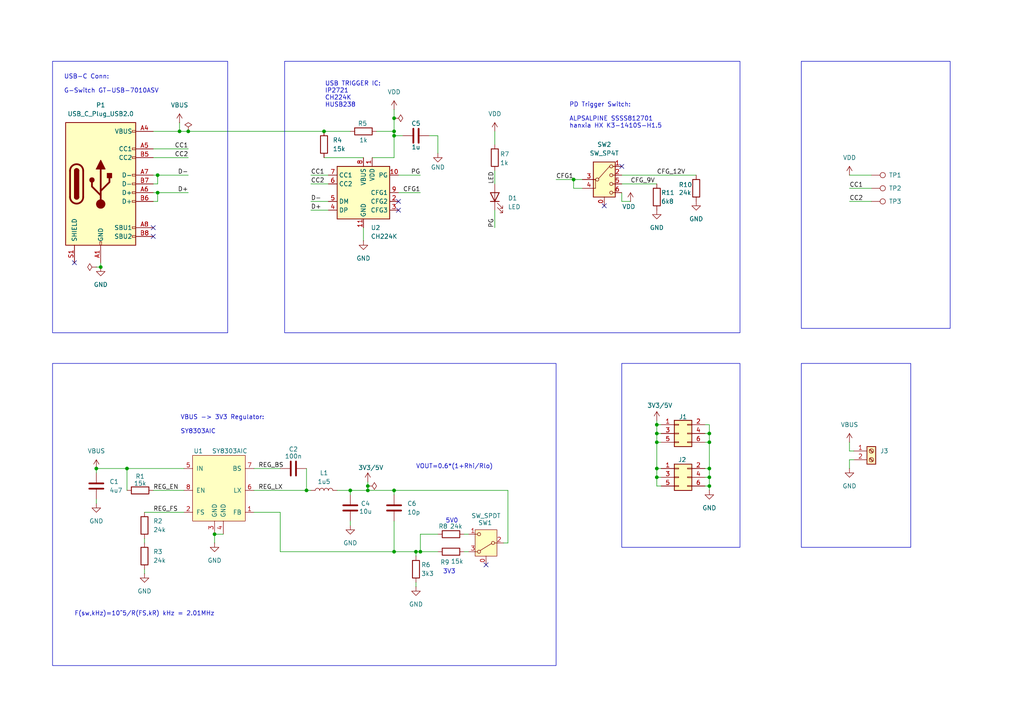
<source format=kicad_sch>
(kicad_sch (version 20250114) (generator "eeschema") (generator_version "9.0")
  (paper "A4")
  (lib_symbols
    (symbol "Connector:Screw_Terminal_01x02" (pin_names (offset 1.016) (hide yes))
      (property "Reference" "J" (at 0 2.54 0))
      (property "Value" "Screw_Terminal_01x02" (at 0 -5.08 0))
      (symbol "Screw_Terminal_01x02_1_1"
        (rectangle (start -1.27 1.27) (end 1.27 -3.81) (stroke (width 0.254)) (fill (type background)))
        (polyline (pts (xy -0.5334 0.3302) (xy 0.3302 -0.508)) (stroke (width 0.1524)))
        (polyline (pts (xy -0.5334 -2.2098) (xy 0.3302 -3.048)) (stroke (width 0.1524)))
        (polyline (pts (xy -0.3556 0.508) (xy 0.508 -0.3302)) (stroke (width 0.1524)))
        (polyline (pts (xy -0.3556 -2.032) (xy 0.508 -2.8702)) (stroke (width 0.1524)))
        (circle (center 0 0) (radius 0.635) (stroke (width 0.1524)))
        (circle (center 0 -2.54) (radius 0.635) (stroke (width 0.1524)))
        (pin passive line (at -5.08 0 0) (length 3.81) (name "Pin_1") (number "1"))
        (pin passive line (at -5.08 -2.54 0) (length 3.81) (name "Pin_2") (number "2"))
      )
    )
    (symbol "Connector:USB_C_Receptacle_USB2.0_16P" (pin_names (offset 1.016))
      (property "Reference" "J" (at 0 22.225 0))
      (property "Value" "USB_C_Receptacle_USB2.0_16P" (at 0 19.685 0))
      (symbol "USB_C_Receptacle_USB2.0_16P_0_0"
        (rectangle (start -0.254 -17.78) (end 0.254 -16.764))
        (rectangle (start 10.16 15.494) (end 9.144 14.986))
        (rectangle (start 10.16 10.414) (end 9.144 9.906))
        (rectangle (start 10.16 7.874) (end 9.144 7.366))
        (rectangle (start 10.16 2.794) (end 9.144 2.286))
        (rectangle (start 10.16 0.254) (end 9.144 -0.254))
        (rectangle (start 10.16 -2.286) (end 9.144 -2.794))
        (rectangle (start 10.16 -4.826) (end 9.144 -5.334))
        (rectangle (start 10.16 -12.446) (end 9.144 -12.954))
        (rectangle (start 10.16 -14.986) (end 9.144 -15.494))
      )
      (symbol "USB_C_Receptacle_USB2.0_16P_0_1"
        (rectangle (start -10.16 17.78) (end 10.16 -17.78) (stroke (width 0.254)) (fill (type background)))
        (polyline (pts (xy -8.89 -3.81) (xy -8.89 3.81)) (stroke (width 0.508)))
        (rectangle (start -7.62 -3.81) (end -6.35 3.81) (stroke (width 0.254)) (fill (type outline)))
        (arc (start -7.62 3.81) (mid -6.985 4.4423) (end -6.35 3.81) (stroke (width 0.254)))
        (arc (start -7.62 3.81) (mid -6.985 4.4423) (end -6.35 3.81) (stroke (width 0.254)) (fill (type outline)))
        (arc (start -8.89 3.81) (mid -6.985 5.7067) (end -5.08 3.81) (stroke (width 0.508)))
        (arc (start -5.08 -3.81) (mid -6.985 -5.7067) (end -8.89 -3.81) (stroke (width 0.508)))
        (arc (start -6.35 -3.81) (mid -6.985 -4.4423) (end -7.62 -3.81) (stroke (width 0.254)))
        (arc (start -6.35 -3.81) (mid -6.985 -4.4423) (end -7.62 -3.81) (stroke (width 0.254)) (fill (type outline)))
        (polyline (pts (xy -5.08 3.81) (xy -5.08 -3.81)) (stroke (width 0.508)))
        (circle (center -2.54 1.143) (radius 0.635) (stroke (width 0.254)) (fill (type outline)))
        (polyline (pts (xy -1.27 4.318) (xy 0 6.858) (xy 1.27 4.318) (xy -1.27 4.318)) (stroke (width 0.254)) (fill (type outline)))
        (polyline (pts (xy 0 -2.032) (xy 2.54 0.508) (xy 2.54 1.778)) (stroke (width 0.508)))
        (polyline (pts (xy 0 -3.302) (xy -2.54 -0.762) (xy -2.54 0.508)) (stroke (width 0.508)))
        (polyline (pts (xy 0 -5.842) (xy 0 4.318)) (stroke (width 0.508)))
        (circle (center 0 -5.842) (radius 1.27) (fill (type outline)))
        (rectangle (start 1.905 1.778) (end 3.175 3.048) (stroke (width 0.254)) (fill (type outline)))
      )
      (symbol "USB_C_Receptacle_USB2.0_16P_1_1"
        (pin passive line (at -7.62 -22.86 90) (length 5.08) (name "SHIELD") (number "S1"))
        (pin passive line (at 0 -22.86 90) (length 5.08) (name "GND") (number "A1"))
        (pin passive line (at 0 -22.86 90) (length 5.08) (hide yes) (name "GND") (number "A12"))
        (pin passive line (at 0 -22.86 90) (length 5.08) (hide yes) (name "GND") (number "B1"))
        (pin passive line (at 0 -22.86 90) (length 5.08) (hide yes) (name "GND") (number "B12"))
        (pin passive line (at 15.24 15.24 180) (length 5.08) (name "VBUS") (number "A4"))
        (pin passive line (at 15.24 15.24 180) (length 5.08) (hide yes) (name "VBUS") (number "A9"))
        (pin passive line (at 15.24 15.24 180) (length 5.08) (hide yes) (name "VBUS") (number "B4"))
        (pin passive line (at 15.24 15.24 180) (length 5.08) (hide yes) (name "VBUS") (number "B9"))
        (pin bidirectional line (at 15.24 10.16 180) (length 5.08) (name "CC1") (number "A5"))
        (pin bidirectional line (at 15.24 7.62 180) (length 5.08) (name "CC2") (number "B5"))
        (pin bidirectional line (at 15.24 2.54 180) (length 5.08) (name "D-") (number "A7"))
        (pin bidirectional line (at 15.24 0 180) (length 5.08) (name "D-") (number "B7"))
        (pin bidirectional line (at 15.24 -2.54 180) (length 5.08) (name "D+") (number "A6"))
        (pin bidirectional line (at 15.24 -5.08 180) (length 5.08) (name "D+") (number "B6"))
        (pin bidirectional line (at 15.24 -12.7 180) (length 5.08) (name "SBU1") (number "A8"))
        (pin bidirectional line (at 15.24 -15.24 180) (length 5.08) (name "SBU2") (number "B8"))
      )
    )
    (symbol "Connector_Generic:Conn_02x03_Odd_Even" (pin_names (offset 1.016) (hide yes))
      (property "Reference" "J" (at 1.27 5.08 0))
      (property "Value" "Conn_02x03_Odd_Even" (at 1.27 -5.08 0))
      (symbol "Conn_02x03_Odd_Even_1_1"
        (rectangle (start -1.27 3.81) (end 3.81 -3.81) (stroke (width 0.254)) (fill (type background)))
        (rectangle (start -1.27 2.667) (end 0 2.413) (stroke (width 0.1524)))
        (rectangle (start -1.27 0.127) (end 0 -0.127) (stroke (width 0.1524)))
        (rectangle (start -1.27 -2.413) (end 0 -2.667) (stroke (width 0.1524)))
        (rectangle (start 3.81 2.667) (end 2.54 2.413) (stroke (width 0.1524)))
        (rectangle (start 3.81 0.127) (end 2.54 -0.127) (stroke (width 0.1524)))
        (rectangle (start 3.81 -2.413) (end 2.54 -2.667) (stroke (width 0.1524)))
        (pin passive line (at -5.08 2.54 0) (length 3.81) (name "Pin_1") (number "1"))
        (pin passive line (at -5.08 0 0) (length 3.81) (name "Pin_3") (number "3"))
        (pin passive line (at -5.08 -2.54 0) (length 3.81) (name "Pin_5") (number "5"))
        (pin passive line (at 7.62 2.54 180) (length 3.81) (name "Pin_2") (number "2"))
        (pin passive line (at 7.62 0 180) (length 3.81) (name "Pin_4") (number "4"))
        (pin passive line (at 7.62 -2.54 180) (length 3.81) (name "Pin_6") (number "6"))
      )
    )
    (symbol "Device:C" (pin_numbers (hide yes)) (pin_names (offset 0.254))
      (property "Reference" "C" (at 0.635 2.54 0))
      (property "Value" "C" (at 0.635 -2.54 0))
      (symbol "C_0_1"
        (polyline (pts (xy -2.032 0.762) (xy 2.032 0.762)) (stroke (width 0.508)))
        (polyline (pts (xy -2.032 -0.762) (xy 2.032 -0.762)) (stroke (width 0.508)))
      )
      (symbol "C_1_1"
        (pin passive line (at 0 3.81 270) (length 2.794) (name "~") (number "1"))
        (pin passive line (at 0 -3.81 90) (length 2.794) (name "~") (number "2"))
      )
    )
    (symbol "Device:L" (pin_numbers (hide yes)) (pin_names (offset 1.016) (hide yes))
      (property "Reference" "L" (at -1.27 0 90))
      (property "Value" "L" (at 1.905 0 90))
      (symbol "L_0_1"
        (arc (start 0 2.54) (mid 0.6323 1.905) (end 0 1.27))
        (arc (start 0 1.27) (mid 0.6323 0.635) (end 0 0))
        (arc (start 0 0) (mid 0.6323 -0.635) (end 0 -1.27))
        (arc (start 0 -1.27) (mid 0.6323 -1.905) (end 0 -2.54))
      )
      (symbol "L_1_1"
        (pin passive line (at 0 3.81 270) (length 1.27) (name "1") (number "1"))
        (pin passive line (at 0 -3.81 90) (length 1.27) (name "2") (number "2"))
      )
    )
    (symbol "Device:LED" (pin_numbers (hide yes)) (pin_names (offset 1.016) (hide yes))
      (property "Reference" "D" (at 0 2.54 0))
      (property "Value" "LED" (at 0 -2.54 0))
      (symbol "LED_0_1"
        (polyline (pts (xy -3.048 -0.762) (xy -4.572 -2.286) (xy -3.81 -2.286) (xy -4.572 -2.286) (xy -4.572 -1.524)))
        (polyline (pts (xy -1.778 -0.762) (xy -3.302 -2.286) (xy -2.54 -2.286) (xy -3.302 -2.286) (xy -3.302 -1.524)))
        (polyline (pts (xy -1.27 0) (xy 1.27 0)))
        (polyline (pts (xy -1.27 -1.27) (xy -1.27 1.27)) (stroke (width 0.254)))
        (polyline (pts (xy 1.27 -1.27) (xy 1.27 1.27) (xy -1.27 0) (xy 1.27 -1.27)) (stroke (width 0.254)))
      )
      (symbol "LED_1_1"
        (pin passive line (at -3.81 0 0) (length 2.54) (name "K") (number "1"))
        (pin passive line (at 3.81 0 180) (length 2.54) (name "A") (number "2"))
      )
    )
    (symbol "Device:R" (pin_numbers (hide yes)) (pin_names (offset 0))
      (property "Reference" "R" (at 2.032 0 90))
      (property "Value" "R" (at 0 0 90))
      (symbol "R_0_1"
        (rectangle (start -1.016 -2.54) (end 1.016 2.54) (stroke (width 0.254)))
      )
      (symbol "R_1_1"
        (pin passive line (at 0 3.81 270) (length 1.27) (name "~") (number "1"))
        (pin passive line (at 0 -3.81 90) (length 1.27) (name "~") (number "2"))
      )
    )
    (symbol "Interface_USB:CH224K"
      (property "Reference" "U" (at -7.874 -8.89 0))
      (property "Value" "CH224K" (at 3.048 -8.89 0))
      (symbol "CH224K_1_1"
        (rectangle (start -7.62 7.62) (end 7.62 -7.62) (stroke (width 0.254)) (fill (type background)))
        (pin bidirectional line (at -10.16 5.08 0) (length 2.54) (name "CC1") (number "7"))
        (pin bidirectional line (at -10.16 2.54 0) (length 2.54) (name "CC2") (number "6"))
        (pin bidirectional line (at -10.16 -2.54 0) (length 2.54) (name "DM") (number "5"))
        (pin bidirectional line (at -10.16 -5.08 0) (length 2.54) (name "DP") (number "4"))
        (pin passive line (at 0 10.16 270) (length 2.54) (name "VBUS") (number "8"))
        (pin power_in line (at 0 -10.16 90) (length 2.54) (name "GND") (number "11"))
        (pin power_in line (at 2.54 10.16 270) (length 2.54) (name "VDD") (number "1"))
        (pin open_collector line (at 10.16 5.08 180) (length 2.54) (name "PG") (number "10"))
        (pin passive line (at 10.16 0 180) (length 2.54) (name "CFG1") (number "9"))
        (pin passive line (at 10.16 -2.54 180) (length 2.54) (name "CFG2") (number "2"))
        (pin passive line (at 10.16 -5.08 180) (length 2.54) (name "CFG3") (number "3"))
      )
    )
    (symbol "TestPoint_2" (pin_numbers (hide yes)) (pin_names (offset 0.762) (hide yes))
      (property "Reference" "TP" (at 0 6.858 0))
      (property "Value" "TestPoint" (at 0 5.08 0))
      (symbol "TestPoint_2_0_1"
        (circle (center 0 3.302) (radius 0.762))
      )
      (symbol "TestPoint_2_1_1"
        (pin passive line (at 0 0 90) (length 2.54) (name "1") (number "1"))
      )
    )
    (symbol "TestPoint_3" (pin_numbers (hide yes)) (pin_names (offset 0.762) (hide yes))
      (property "Reference" "TP" (at 0 6.858 0))
      (property "Value" "TestPoint" (at 0 5.08 0))
      (symbol "TestPoint_3_0_1"
        (circle (center 0 3.302) (radius 0.762))
      )
      (symbol "TestPoint_3_1_1"
        (pin passive line (at 0 0 90) (length 2.54) (name "1") (number "1"))
      )
    )
    (symbol "magnubgr_symbols:SW_SP4T" (pin_names (offset 0) (hide yes))
      (property "Reference" "SW" (at 0 6.35 0))
      (property "Value" "SW_SP4T" (at 0 -6.35 0))
      (symbol "SW_SP4T_0_1"
        (rectangle (start -3.175 5.08) (end 3.175 -5.08) (stroke (width 0.254)) (fill (type background)))
        (polyline (pts (xy -2.54 0) (xy -2.54 -2.54)))
        (circle (center -2.032 0) (radius 0.4572))
        (polyline (pts (xy -1.651 0.254) (xy 1.524 3.81)))
        (circle (center 2.032 3.81) (radius 0.4572))
        (circle (center 2.032 1.27) (radius 0.4572))
        (circle (center 2.032 -1.27) (radius 0.4572))
        (circle (center 2.032 -3.81) (radius 0.4572))
      )
      (symbol "SW_SP4T_1_1"
        (pin passive line (at -6.35 0 0) (length 3.81) (name "3") (number "3"))
        (pin passive line (at -6.35 -2.54 0) (length 3.81) (name "4") (number "4"))
        (pin passive line (at 0 -7.62 90) (length 2.54) (name "0") (number "0"))
        (pin passive line (at 5.08 3.81 180) (length 2.54) (name "1") (number "1"))
        (pin passive line (at 5.08 1.27 180) (length 2.54) (name "2") (number "2"))
        (pin passive line (at 5.08 -1.27 180) (length 2.54) (name "5") (number "5"))
        (pin passive line (at 5.08 -3.81 180) (length 2.54) (name "6") (number "6"))
      )
    )
    (symbol "magnubgr_symbols:SW_SPDT" (pin_names (offset 0) (hide yes))
      (property "Reference" "SW" (at 0 5.08 0))
      (property "Value" "SW_SPDT" (at 0 -5.08 0))
      (symbol "SW_SPDT_0_1"
        (circle (center -2.032 0) (radius 0.4572))
        (polyline (pts (xy 1.6918 -2.1854) (xy -1.6102 -0.1534)))
        (circle (center 2.032 2.54) (radius 0.4572))
        (circle (center 2.032 -2.54) (radius 0.4572))
      )
      (symbol "SW_SPDT_1_1"
        (rectangle (start -3.175 3.81) (end 3.175 -3.81) (fill (type background)))
        (pin passive line (at -5.08 0 0) (length 2.54) (name "B") (number "2"))
        (pin passive line (at 0 -6.35 90) (length 2.54) (name "0") (number "0"))
        (pin passive line (at 5.08 2.54 180) (length 2.54) (name "A") (number "1"))
        (pin passive line (at 5.08 -2.54 180) (length 2.54) (name "C") (number "3"))
      )
    )
    (symbol "magnubgr_symbols:SY8303AIC" (pin_names (offset 1.016))
      (property "Reference" "U" (at -7.366 -10.668 0))
      (property "Value" "SY8303AIC" (at 2.032 -10.668 0))
      (symbol "SY8303AIC_0_1"
        (rectangle (start -7.62 10.16) (end 7.62 -8.89) (fill (type background)))
      )
      (symbol "SY8303AIC_1_1"
        (pin power_in line (at -10.16 6.35 0) (length 2.54) (name "IN") (number "5"))
        (pin input line (at -10.16 0 0) (length 2.54) (name "EN") (number "8"))
        (pin passive line (at -10.16 -6.35 0) (length 2.54) (name "FS") (number "2"))
        (pin power_in line (at -1.27 -12.7 90) (length 3.81) (name "GND") (number "3"))
        (pin power_in line (at 1.27 -12.7 90) (length 3.81) (name "GND") (number "4"))
        (pin passive line (at 10.16 6.35 180) (length 2.54) (name "BS") (number "7"))
        (pin power_out line (at 10.16 0 180) (length 2.54) (name "LX") (number "6"))
        (pin input line (at 10.16 -6.35 180) (length 2.54) (name "FB") (number "1"))
      )
    )
    (symbol "power:+3V3" (power) (pin_numbers (hide yes)) (pin_names (offset 0) (hide yes))
      (property "Value" "+3V3" (at 0 3.556 0))
      (symbol "+3V3_0_1"
        (polyline (pts (xy -0.762 1.27) (xy 0 2.54)))
        (polyline (pts (xy 0 2.54) (xy 0.762 1.27)))
        (polyline (pts (xy 0 0) (xy 0 2.54)))
      )
      (symbol "+3V3_1_1"
        (pin power_in line (at 0 0 90) (length 0) (name "~") (number "1"))
      )
    )
    (symbol "power:GND" (power) (pin_numbers (hide yes)) (pin_names (offset 0) (hide yes))
      (property "Value" "GND" (at 0 -3.81 0))
      (symbol "GND_0_1"
        (polyline (pts (xy 0 0) (xy 0 -1.27) (xy 1.27 -1.27) (xy 0 -2.54) (xy -1.27 -1.27) (xy 0 -1.27)))
      )
      (symbol "GND_1_1"
        (pin power_in line (at 0 0 270) (length 0) (name "~") (number "1"))
      )
    )
    (symbol "power:PWR_FLAG" (power) (pin_numbers (hide yes)) (pin_names (offset 0) (hide yes))
      (property "Value" "PWR_FLAG" (at 0 3.81 0))
      (symbol "PWR_FLAG_0_0"
        (pin power_out line (at 0 0 90) (length 0) (name "~") (number "1"))
      )
      (symbol "PWR_FLAG_0_1"
        (polyline (pts (xy 0 0) (xy 0 1.27) (xy -1.016 1.905) (xy 0 2.54) (xy 1.016 1.905) (xy 0 1.27)))
      )
    )
    (symbol "power:VBUS" (power) (pin_numbers (hide yes)) (pin_names (offset 0) (hide yes))
      (property "Value" "VBUS" (at 0 3.556 0))
      (symbol "VBUS_0_1"
        (polyline (pts (xy -0.762 1.27) (xy 0 2.54)))
        (polyline (pts (xy 0 2.54) (xy 0.762 1.27)))
        (polyline (pts (xy 0 0) (xy 0 2.54)))
      )
      (symbol "VBUS_1_1"
        (pin power_in line (at 0 0 90) (length 0) (name "~") (number "1"))
      )
    )
    (symbol "power:VDD" (power) (pin_numbers (hide yes)) (pin_names (offset 0) (hide yes))
      (property "Value" "VDD" (at 0 3.556 0))
      (symbol "VDD_0_1"
        (polyline (pts (xy -0.762 1.27) (xy 0 2.54)))
        (polyline (pts (xy 0 2.54) (xy 0.762 1.27)))
        (polyline (pts (xy 0 0) (xy 0 2.54)))
      )
      (symbol "VDD_1_1"
        (pin power_in line (at 0 0 90) (length 0) (name "~") (number "1"))
      )
    )
  )
  (rectangle (start 15.24 105.41) (end 161.29 193.04))
  (rectangle (start 180.34 105.41) (end 214.63 158.75))
  (rectangle (start 15.24 17.78) (end 66.04 96.52))
  (rectangle (start 232.41 17.78) (end 275.59 95.25))
  (rectangle (start 82.55 17.78) (end 214.63 96.52))
  (rectangle (start 232.41 105.41) (end 264.16 158.75))
  (text "F(sw,kHz)=10^5/R(FS,kR) kHz = 2.01MHz" (at 41.91 178.054 0) (effects (font (size 1.27 1.27))))
  (text "3V3" (at 130.302 165.862 0) (effects (font (size 1.27 1.27))))
  (text "5V0\n" (at 131.064 151.13 0) (effects (font (size 1.27 1.27))))
  (text "VBUS -> 3V3 Regulator:\n\nSY8303AIC" (at 52.324 123.19 0) (effects (font (size 1.27 1.27)) (justify left)))
  (text "USB TRIGGER IC:\nIP2721\nCH224K\nHUSB238" (at 94.234 27.432 0) (effects (font (size 1.27 1.27) (thickness 0.1588)) (justify left)))
  (text "VOUT=0.6*(1+Rhi/Rlo)" (at 131.826 135.382 0) (effects (font (size 1.27 1.27))))
  (text "USB-C Conn:\n\nG-Switch GT-USB-7010ASV\n" (at 18.542 24.384 0) (effects (font (size 1.27 1.27)) (justify left)))
  (text "PD Trigger Switch:\n\nALPSALPINE SSSS812701\nhanxia HX K3-1410S-H1.5" (at 165.1 33.528 0) (effects (font (size 1.27 1.27)) (justify left)))
  (junction (at 93.98 38.1))
  (junction (at 205.74 135.89))
  (junction (at 45.72 55.88))
  (junction (at 54.61 38.1))
  (junction (at 36.83 135.89))
  (junction (at 62.23 154.94))
  (junction (at 27.94 135.89))
  (junction (at 190.5 125.73))
  (junction (at 114.3 142.24))
  (junction (at 106.68 140.97))
  (junction (at 45.72 50.8))
  (junction (at 121.92 160.02))
  (junction (at 88.9 142.24))
  (junction (at 101.6 142.24))
  (junction (at 106.68 142.24))
  (junction (at 205.74 128.27))
  (junction (at 205.74 125.73))
  (junction (at 114.3 160.02))
  (junction (at 190.5 135.89))
  (junction (at 120.65 160.02))
  (junction (at 114.3 34.29))
  (junction (at 190.5 138.43))
  (junction (at 114.3 38.1))
  (junction (at 190.5 128.27))
  (junction (at 205.74 140.97))
  (junction (at 29.21 77.47))
  (junction (at 52.07 38.1))
  (junction (at 166.37 52.07))
  (junction (at 114.3 39.37))
  (junction (at 190.5 123.19))
  (junction (at 205.74 138.43))
  (no_connect (at 21.59 76.2))
  (no_connect (at 115.57 60.96))
  (no_connect (at 44.45 66.04))
  (no_connect (at 175.26 59.69))
  (no_connect (at 180.34 48.26))
  (no_connect (at 44.45 68.58))
  (no_connect (at 140.97 163.83))
  (no_connect (at 115.57 58.42))
  (wire (pts (xy 204.47 138.43) (xy 205.74 138.43)))
  (wire (pts (xy 62.23 154.94) (xy 64.77 154.94)))
  (wire (pts (xy 190.5 135.89) (xy 190.5 138.43)))
  (wire (pts (xy 106.68 139.7) (xy 106.68 140.97)))
  (wire (pts (xy 190.5 138.43) (xy 191.77 138.43)))
  (wire (pts (xy 107.95 45.72) (xy 114.3 45.72)))
  (wire (pts (xy 115.57 55.88) (xy 121.92 55.88)))
  (wire (pts (xy 205.74 135.89) (xy 205.74 138.43)))
  (wire (pts (xy 146.05 157.48) (xy 147.32 157.48)))
  (wire (pts (xy 44.45 55.88) (xy 45.72 55.88)))
  (wire (pts (xy 27.94 135.89) (xy 36.83 135.89)))
  (wire (pts (xy 166.37 54.61) (xy 168.91 54.61)))
  (wire (pts (xy 205.74 125.73) (xy 205.74 123.19)))
  (wire (pts (xy 205.74 128.27) (xy 205.74 135.89)))
  (wire (pts (xy 180.34 53.34) (xy 190.5 53.34)))
  (wire (pts (xy 246.38 130.81) (xy 246.38 128.27)))
  (wire (pts (xy 114.3 39.37) (xy 114.3 38.1)))
  (wire (pts (xy 190.5 135.89) (xy 191.77 135.89)))
  (wire (pts (xy 134.62 160.02) (xy 135.89 160.02)))
  (wire (pts (xy 73.66 135.89) (xy 81.28 135.89)))
  (wire (pts (xy 121.92 154.94) (xy 127 154.94)))
  (wire (pts (xy 36.83 135.89) (xy 36.83 142.24)))
  (wire (pts (xy 45.72 55.88) (xy 45.72 58.42)))
  (wire (pts (xy 73.66 142.24) (xy 88.9 142.24)))
  (wire (pts (xy 121.92 154.94) (xy 121.92 160.02)))
  (wire (pts (xy 52.07 38.1) (xy 54.61 38.1)))
  (wire (pts (xy 120.65 168.91) (xy 120.65 170.18)))
  (wire (pts (xy 41.91 156.21) (xy 41.91 157.48)))
  (wire (pts (xy 114.3 39.37) (xy 114.3 45.72)))
  (wire (pts (xy 180.34 50.8) (xy 201.93 50.8)))
  (wire (pts (xy 105.41 66.04) (xy 105.41 69.85)))
  (wire (pts (xy 190.5 128.27) (xy 190.5 125.73)))
  (wire (pts (xy 204.47 128.27) (xy 205.74 128.27)))
  (wire (pts (xy 41.91 148.59) (xy 53.34 148.59)))
  (wire (pts (xy 114.3 151.13) (xy 114.3 160.02)))
  (wire (pts (xy 247.65 133.35) (xy 246.38 133.35)))
  (wire (pts (xy 120.65 160.02) (xy 120.65 161.29)))
  (wire (pts (xy 143.51 38.1) (xy 143.51 41.91)))
  (wire (pts (xy 205.74 135.89) (xy 204.47 135.89)))
  (wire (pts (xy 90.17 142.24) (xy 88.9 142.24)))
  (wire (pts (xy 44.45 50.8) (xy 45.72 50.8)))
  (wire (pts (xy 190.5 125.73) (xy 190.5 123.19)))
  (wire (pts (xy 116.84 39.37) (xy 114.3 39.37)))
  (wire (pts (xy 45.72 50.8) (xy 54.61 50.8)))
  (wire (pts (xy 127 39.37) (xy 127 44.45)))
  (wire (pts (xy 62.23 154.94) (xy 62.23 157.48)))
  (wire (pts (xy 29.21 77.47) (xy 29.21 76.2)))
  (wire (pts (xy 44.45 142.24) (xy 53.34 142.24)))
  (wire (pts (xy 114.3 34.29) (xy 114.3 38.1)))
  (wire (pts (xy 44.45 58.42) (xy 45.72 58.42)))
  (wire (pts (xy 190.5 128.27) (xy 190.5 135.89)))
  (wire (pts (xy 44.45 53.34) (xy 45.72 53.34)))
  (wire (pts (xy 246.38 133.35) (xy 246.38 135.89)))
  (wire (pts (xy 88.9 135.89) (xy 88.9 142.24)))
  (wire (pts (xy 190.5 123.19) (xy 191.77 123.19)))
  (wire (pts (xy 90.17 50.8) (xy 95.25 50.8)))
  (wire (pts (xy 115.57 50.8) (xy 121.92 50.8)))
  (wire (pts (xy 166.37 52.07) (xy 168.91 52.07)))
  (wire (pts (xy 191.77 140.97) (xy 190.5 140.97)))
  (wire (pts (xy 27.94 77.47) (xy 29.21 77.47)))
  (wire (pts (xy 191.77 128.27) (xy 190.5 128.27)))
  (wire (pts (xy 134.62 154.94) (xy 135.89 154.94)))
  (wire (pts (xy 101.6 152.4) (xy 101.6 151.13)))
  (wire (pts (xy 180.34 58.42) (xy 182.88 58.42)))
  (wire (pts (xy 106.68 140.97) (xy 106.68 142.24)))
  (wire (pts (xy 90.17 60.96) (xy 95.25 60.96)))
  (wire (pts (xy 246.38 50.8) (xy 252.73 50.8)))
  (wire (pts (xy 109.22 38.1) (xy 114.3 38.1)))
  (wire (pts (xy 114.3 142.24) (xy 114.3 143.51)))
  (wire (pts (xy 143.51 60.96) (xy 143.51 66.04)))
  (wire (pts (xy 247.65 130.81) (xy 246.38 130.81)))
  (wire (pts (xy 114.3 142.24) (xy 147.32 142.24)))
  (wire (pts (xy 114.3 160.02) (xy 120.65 160.02)))
  (wire (pts (xy 93.98 38.1) (xy 101.6 38.1)))
  (wire (pts (xy 127 39.37) (xy 124.46 39.37)))
  (wire (pts (xy 190.5 123.19) (xy 190.5 121.92)))
  (wire (pts (xy 101.6 142.24) (xy 106.68 142.24)))
  (wire (pts (xy 44.45 38.1) (xy 52.07 38.1)))
  (wire (pts (xy 44.45 45.72) (xy 54.61 45.72)))
  (wire (pts (xy 161.29 52.07) (xy 166.37 52.07)))
  (wire (pts (xy 54.61 38.1) (xy 93.98 38.1)))
  (wire (pts (xy 45.72 55.88) (xy 54.61 55.88)))
  (wire (pts (xy 120.65 160.02) (xy 121.92 160.02)))
  (wire (pts (xy 143.51 49.53) (xy 143.51 53.34)))
  (wire (pts (xy 90.17 53.34) (xy 95.25 53.34)))
  (wire (pts (xy 81.28 160.02) (xy 114.3 160.02)))
  (wire (pts (xy 205.74 140.97) (xy 205.74 138.43)))
  (wire (pts (xy 114.3 31.75) (xy 114.3 34.29)))
  (wire (pts (xy 190.5 125.73) (xy 191.77 125.73)))
  (wire (pts (xy 204.47 125.73) (xy 205.74 125.73)))
  (wire (pts (xy 45.72 53.34) (xy 45.72 50.8)))
  (wire (pts (xy 52.07 35.56) (xy 52.07 38.1)))
  (wire (pts (xy 147.32 157.48) (xy 147.32 142.24)))
  (wire (pts (xy 106.68 142.24) (xy 114.3 142.24)))
  (wire (pts (xy 246.38 54.61) (xy 252.73 54.61)))
  (wire (pts (xy 205.74 140.97) (xy 205.74 142.24)))
  (wire (pts (xy 81.28 148.59) (xy 81.28 160.02)))
  (wire (pts (xy 101.6 142.24) (xy 101.6 143.51)))
  (wire (pts (xy 27.94 137.16) (xy 27.94 135.89)))
  (wire (pts (xy 73.66 148.59) (xy 81.28 148.59)))
  (wire (pts (xy 36.83 135.89) (xy 53.34 135.89)))
  (wire (pts (xy 93.98 45.72) (xy 105.41 45.72)))
  (wire (pts (xy 90.17 58.42) (xy 95.25 58.42)))
  (wire (pts (xy 44.45 43.18) (xy 54.61 43.18)))
  (wire (pts (xy 205.74 128.27) (xy 205.74 125.73)))
  (wire (pts (xy 41.91 165.1) (xy 41.91 166.37)))
  (wire (pts (xy 205.74 123.19) (xy 204.47 123.19)))
  (wire (pts (xy 166.37 52.07) (xy 166.37 54.61)))
  (wire (pts (xy 204.47 140.97) (xy 205.74 140.97)))
  (wire (pts (xy 121.92 160.02) (xy 127 160.02)))
  (wire (pts (xy 27.94 146.05) (xy 27.94 144.78)))
  (wire (pts (xy 246.38 58.42) (xy 252.73 58.42)))
  (wire (pts (xy 180.34 58.42) (xy 180.34 55.88)))
  (wire (pts (xy 97.79 142.24) (xy 101.6 142.24)))
  (wire (pts (xy 190.5 138.43) (xy 190.5 140.97)))
  (label "PG" (at 143.51 66.04 90))
  (label "CC2" (at 246.38 58.42 0))
  (label "D+" (at 90.17 60.96 0))
  (label "CC1" (at 90.17 50.8 0))
  (label "CC2" (at 54.61 45.72 180))
  (label "LED" (at 143.51 53.34 90))
  (label "CFG_9V" (at 182.88 53.34 0))
  (label "REG_FS" (at 44.45 148.59 0))
  (label "CFG_12V" (at 190.5 50.8 0))
  (label "REG_LX" (at 74.93 142.24 0))
  (label "REG_EN" (at 44.45 142.24 0))
  (label "D+" (at 54.61 55.88 180))
  (label "PG" (at 121.92 50.8 180))
  (label "CFG1" (at 161.29 52.07 0))
  (label "D-" (at 54.61 50.8 180))
  (label "CC1" (at 246.38 54.61 0))
  (label "REG_BS" (at 74.93 135.89 0))
  (label "CFG1" (at 121.92 55.88 180))
  (label "CC1" (at 54.61 43.18 180))
  (label "D-" (at 90.17 58.42 0))
  (label "CC2" (at 90.17 53.34 0))
  (symbol (lib_id "Device:R") (at 41.91 161.29 0) (unit 1)
    (property "Reference" "R3" (at 44.45 160.0199 0) (effects (justify left)))
    (property "Value" "24k" (at 44.45 162.5599 0) (effects (justify left)))
    (property "Footprint" "Resistor_SMD:R_0603_1608Metric" (effects (hide yes)))
    (property "Description" "Resistor" (effects (hide yes)))
  )
  (symbol (lib_id "Device:L") (at 93.98 142.24 90) (unit 1)
    (property "Reference" "L1" (at 93.98 137.16 90))
    (property "Value" "1u5" (at 93.98 139.7 90))
    (property "Footprint" "magnubgr_footprints:FXL0420-1R5-M" (effects (hide yes)))
    (property "Description" "Inductor" (effects (hide yes)))
    (property "URL" "https://www.lcsc.com/product-detail/Power-Inductors_cjiang-Changjiang-Microelectronics-Tech-FXL0420-1R5-M_C167205.html" (effects (hide yes)))
  )
  (symbol (lib_id "magnubgr_symbols:SW_SPDT") (at 140.97 157.48 0) (mirror y) (unit 1)
    (property "Reference" "SW1" (at 140.716 151.638 0))
    (property "Value" "SW_SPDT" (at 140.97 149.606 0))
    (property "Footprint" "magnubgr_footprints:SSSS811101" (effects (hide yes)))
    (property "Description" "Switch, single pole double throw" (effects (hide yes)))
    (property "URL" "https://www.lcsc.com/product-detail/Slide-Switches_ALPSALPINE-SSSS811101_C109335.html?s_z=h_spdt" (effects (hide yes)))
  )
  (symbol (lib_id "power:GND") (at 246.38 135.89 0) (unit 1)
    (property "Reference" "#PWR021" (effects (hide yes)))
    (property "Value" "GND" (at 246.38 140.97 0))
    (property "Description" "Power symbol creates a global label with name \"GND\" , ground" (effects (hide yes)))
  )
  (symbol (lib_id "Device:R") (at 130.81 160.02 90) (unit 1)
    (property "Reference" "R9" (at 129.032 163.068 90))
    (property "Value" "15k" (at 132.588 162.814 90))
    (property "Footprint" "Resistor_SMD:R_0603_1608Metric" (effects (hide yes)))
    (property "Description" "Resistor" (effects (hide yes)))
  )
  (symbol (lib_id "Device:C") (at 120.65 39.37 90) (unit 1)
    (property "Reference" "C5" (at 120.65 35.814 90))
    (property "Value" "1u" (at 120.65 42.672 90))
    (property "Footprint" "Capacitor_SMD:C_0603_1608Metric" (effects (hide yes)))
    (property "Description" "Unpolarized capacitor" (effects (hide yes)))
  )
  (symbol (lib_id "power:GND") (at 29.21 77.47 0) (unit 1)
    (property "Reference" "#PWR03" (effects (hide yes)))
    (property "Value" "GND" (at 29.21 82.55 0))
    (property "Description" "Power symbol creates a global label with name \"GND\" , ground" (effects (hide yes)))
  )
  (symbol (lib_id "power:VBUS") (at 246.38 128.27 0) (unit 1)
    (property "Reference" "#PWR020" (effects (hide yes)))
    (property "Value" "VBUS" (at 246.38 123.19 0))
    (property "Description" "Power symbol creates a global label with name \"VBUS\"" (effects (hide yes)))
  )
  (symbol (lib_id "power:PWR_FLAG") (at 114.3 34.29 270) (unit 1)
    (property "Reference" "#FLG03" (effects (hide yes)))
    (property "Value" "PWR_FLAG" (effects (hide yes)))
    (property "Description" "Special symbol for telling ERC where power comes from" (effects (hide yes)))
  )
  (symbol (lib_id "power:GND") (at 201.93 58.42 0) (unit 1)
    (property "Reference" "#PWR017" (effects (hide yes)))
    (property "Value" "GND" (at 201.93 63.5 0))
    (property "Description" "Power symbol creates a global label with name \"GND\" , ground" (effects (hide yes)))
  )
  (symbol (lib_id "Device:R") (at 40.64 142.24 90) (unit 1)
    (property "Reference" "R1" (at 40.64 138.176 90))
    (property "Value" "15k" (at 40.64 140.208 90))
    (property "Footprint" "Resistor_SMD:R_0603_1608Metric" (effects (hide yes)))
    (property "Description" "Resistor" (effects (hide yes)))
  )
  (symbol (lib_id "power:VBUS") (at 27.94 135.89 0) (unit 1)
    (property "Reference" "#PWR01" (effects (hide yes)))
    (property "Value" "VBUS" (at 27.94 130.81 0))
    (property "Description" "Power symbol creates a global label with name \"VBUS\"" (effects (hide yes)))
  )
  (symbol (lib_id "Device:R") (at 201.93 54.61 0) (unit 1)
    (property "Reference" "R10" (at 196.85 53.594 0) (effects (justify left)))
    (property "Value" "24k" (at 196.85 55.88 0) (effects (justify left)))
    (property "Footprint" "Resistor_SMD:R_0603_1608Metric" (effects (hide yes)))
    (property "Description" "Resistor" (effects (hide yes)))
  )
  (symbol (lib_id "Device:C") (at 101.6 147.32 0) (unit 1)
    (property "Reference" "C4" (at 104.648 146.05 0) (effects (justify left)))
    (property "Value" "10u" (at 104.14 148.336 0) (effects (justify left)))
    (property "Footprint" "Capacitor_SMD:C_0805_2012Metric" (effects (hide yes)))
    (property "Description" "Unpolarized capacitor" (effects (hide yes)))
  )
  (symbol (lib_id "power:GND") (at 127 44.45 0) (unit 1)
    (property "Reference" "#PWR011" (effects (hide yes)))
    (property "Value" "GND" (at 127 48.514 0))
    (property "Description" "Power symbol creates a global label with name \"GND\" , ground" (effects (hide yes)))
  )
  (symbol (lib_id "Device:LED") (at 143.51 57.15 90) (unit 1)
    (property "Reference" "D1" (at 147.32 57.4674 90) (effects (justify right)))
    (property "Value" "LED" (at 147.32 60.0074 90) (effects (justify right)))
    (property "Footprint" "LED_SMD:LED_0603_1608Metric" (effects (hide yes)))
    (property "Description" "Light emitting diode" (effects (hide yes)))
    (property "Sim.Pins" "1=K 2=A" (effects (hide yes)))
  )
  (symbol (lib_id "Connector:Screw_Terminal_01x02") (at 252.73 130.81 0) (unit 1)
    (property "Reference" "J3" (at 255.27 130.8099 0) (effects (justify left)))
    (property "Value" "Screw_Terminal_01x02" (effects (hide yes)))
    (property "Footprint" "magnubgr_footprints:DB301V-3.5-2P-GN-S" (effects (hide yes)))
    (property "Description" "Generic screw terminal, single row, 01x02, script generated (kicad-library-utils/schlib/autogen/connector/)" (effects (hide yes)))
    (property "URL" "https://www.lcsc.com/product-detail/Screw-Terminal-Blocks_DORABO-DB301V-3-5-2P-GN-S_C695629.html" (effects (hide yes)))
  )
  (symbol (lib_id "magnubgr_symbols:SY8303AIC") (at 63.5 142.24 0) (unit 1)
    (property "Reference" "U1" (at 56.134 130.81 0) (effects (justify left)))
    (property "Value" "SY8303AIC" (at 61.468 130.81 0) (effects (justify left)))
    (property "Footprint" "magnubgr_footprints:SY8303AIC" (effects (hide yes)))
    (property "Description" "DC DC CONVERTER 3A, 40V" (effects (hide yes)))
    (property "URL" "https://www.lcsc.com/product-detail/DC-DC-Converters_Silergy-Corp-SY8303AIC_C97054.html" (effects (hide yes)))
  )
  (symbol (lib_id "Device:R") (at 190.5 57.15 0) (unit 1)
    (property "Reference" "R11" (at 191.77 55.88 0) (effects (justify left)))
    (property "Value" "6k8" (at 191.77 58.42 0) (effects (justify left)))
    (property "Footprint" "Resistor_SMD:R_0603_1608Metric" (effects (hide yes)))
    (property "Description" "Resistor" (effects (hide yes)))
  )
  (symbol (lib_id "Connector_Generic:Conn_02x03_Odd_Even") (at 196.85 125.73 0) (unit 1)
    (property "Reference" "J1" (at 198.12 120.904 0))
    (property "Value" "Conn_02x03_Counter_Clockwise" (effects (hide yes)))
    (property "Footprint" "Connector_PinHeader_2.54mm:PinHeader_2x03_P2.54mm_Vertical" (effects (hide yes)))
    (property "Description" "Generic connector, double row, 02x03, odd/even pin numbering scheme (row 1 odd numbers, row 2 even numbers), script generated (kicad-library-utils/schlib/autogen/connector/)" (effects (hide yes)))
    (property "URL" "https://www.lcsc.com/product-detail/Pin-Headers_Megastar-ZX-PZ2-54-2-3PZZ_C7501274.html?s_z=n_2.54mm%2520pitch%2520header" (effects (hide yes)))
  )
  (symbol (lib_id "power:VDD") (at 182.88 58.42 0) (unit 1)
    (property "Reference" "#PWR014" (effects (hide yes)))
    (property "Value" "VDD" (at 182.372 59.944 0))
    (property "Description" "Power symbol creates a global label with name \"VDD\"" (effects (hide yes)))
  )
  (symbol (lib_id "Device:R") (at 120.65 165.1 0) (unit 1)
    (property "Reference" "R6" (at 122.174 163.83 0) (effects (justify left)))
    (property "Value" "3k3" (at 122.174 166.37 0) (effects (justify left)))
    (property "Footprint" "Resistor_SMD:R_0603_1608Metric" (effects (hide yes)))
    (property "Description" "Resistor" (effects (hide yes)))
  )
  (symbol (lib_id "power:VDD") (at 114.3 31.75 0) (unit 1)
    (property "Reference" "#PWR08" (effects (hide yes)))
    (property "Value" "VDD" (at 114.3 26.67 0))
    (property "Description" "Power symbol creates a global label with name \"VDD\"" (effects (hide yes)))
  )
  (symbol (lib_id "Device:R") (at 93.98 41.91 0) (unit 1)
    (property "Reference" "R4" (at 96.52 40.6399 0) (effects (justify left)))
    (property "Value" "15k" (at 96.52 43.1799 0) (effects (justify left)))
    (property "Footprint" "Resistor_SMD:R_0603_1608Metric" (effects (hide yes)))
    (property "Description" "Resistor" (effects (hide yes)))
  )
  (symbol (lib_id "Device:R") (at 130.81 154.94 90) (unit 1)
    (property "Reference" "R8" (at 128.524 152.654 90))
    (property "Value" "24k" (at 132.334 152.654 90))
    (property "Footprint" "Resistor_SMD:R_0603_1608Metric" (effects (hide yes)))
    (property "Description" "Resistor" (effects (hide yes)))
  )
  (symbol (lib_id "power:PWR_FLAG") (at 106.68 140.97 270) (unit 1)
    (property "Reference" "#FLG04" (effects (hide yes)))
    (property "Value" "PWR_FLAG" (effects (hide yes)))
    (property "Description" "Special symbol for telling ERC where power comes from" (effects (hide yes)))
  )
  (symbol (lib_id "Interface_USB:CH224K") (at 105.41 55.88 0) (unit 1)
    (property "Reference" "U2" (at 107.5533 66.04 0) (effects (justify left)))
    (property "Value" "CH224K" (at 107.5533 68.58 0) (effects (justify left)))
    (property "Footprint" "magnubgr_footprints:CH224K-SSOP-10-1EP" (effects (hide yes)))
    (property "Datasheet" "https://www.wch.cn/downloads/file/301.html" (effects (hide yes)))
    (property "Description" "100W USB Type-C PD3.0/2.0, BC1.2 Sink Controller, SSOP-10" (effects (hide yes)))
    (property "URL" "https://www.lcsc.com/product-detail/USB-ICs_WCH-Jiangsu-Qin-Heng-CH224K_C970725.html" (effects (hide yes)))
  )
  (symbol (lib_name "TestPoint_2") (lib_id "Connector:TestPoint") (at 252.73 58.42 270) (unit 1) (in_bom no)
    (property "Reference" "TP3" (at 257.81 58.4199 90) (effects (justify left)))
    (property "Value" "TestPoint" (effects (hide yes)))
    (property "Footprint" "TestPoint:TestPoint_Pad_D1.0mm" (effects (hide yes)))
    (property "Description" "test point" (effects (hide yes)))
  )
  (symbol (lib_id "Device:C") (at 85.09 135.89 90) (unit 1)
    (property "Reference" "C2" (at 85.09 130.302 90))
    (property "Value" "100n" (at 85.09 132.334 90))
    (property "Footprint" "Capacitor_SMD:C_0603_1608Metric" (effects (hide yes)))
    (property "Description" "Unpolarized capacitor" (effects (hide yes)))
  )
  (symbol (lib_id "Device:R") (at 105.41 38.1 90) (unit 1)
    (property "Reference" "R5" (at 105.156 35.814 90))
    (property "Value" "1k" (at 105.41 40.64 90))
    (property "Footprint" "Resistor_SMD:R_0603_1608Metric" (effects (hide yes)))
    (property "Description" "Resistor" (effects (hide yes)))
  )
  (symbol (lib_id "magnubgr_symbols:SW_SP4T") (at 175.26 52.07 0) (unit 1)
    (property "Reference" "SW2" (at 175.26 41.91 0))
    (property "Value" "SW_SP4T" (at 175.26 44.45 0))
    (property "Footprint" "magnubgr_footprints:SSSS812701" (effects (hide yes)))
    (property "Description" "Switch, four position, dual pole quadruple throw, 4 position switch, SP4T" (effects (hide yes)))
    (property "URL" "https://www.lcsc.com/product-detail/Slide-Switches_ALPSALPINE-SSSS812701_C2843299.html?s_z=n_SSSS812701" (effects (hide yes)))
  )
  (symbol (lib_id "power:PWR_FLAG") (at 54.61 38.1 0) (unit 1)
    (property "Reference" "#FLG02" (effects (hide yes)))
    (property "Value" "PWR_FLAG" (effects (hide yes)))
    (property "Description" "Special symbol for telling ERC where power comes from" (effects (hide yes)))
  )
  (symbol (lib_id "power:GND") (at 205.74 142.24 0) (unit 1)
    (property "Reference" "#PWR019" (effects (hide yes)))
    (property "Value" "GND" (at 205.74 147.32 0))
    (property "Description" "Power symbol creates a global label with name \"GND\" , ground" (effects (hide yes)))
  )
  (symbol (lib_name "TestPoint_2") (lib_id "Connector:TestPoint") (at 252.73 54.61 270) (unit 1) (in_bom no)
    (property "Reference" "TP2" (at 257.81 54.6099 90) (effects (justify left)))
    (property "Value" "TestPoint" (effects (hide yes)))
    (property "Footprint" "TestPoint:TestPoint_Pad_D1.0mm" (effects (hide yes)))
    (property "Description" "test point" (effects (hide yes)))
  )
  (symbol (lib_id "Connector:USB_C_Receptacle_USB2.0_16P") (at 29.21 53.34 0) (unit 1)
    (property "Reference" "P1" (at 29.21 30.48 0))
    (property "Value" "USB_C_Plug_USB2.0" (at 29.21 33.02 0))
    (property "Footprint" "magnubgr_footprints:USB_C_Receptacle_HCTL_HC-TYPE-C-16P-01A" (effects (hide yes)))
    (property "Datasheet" "https://www.usb.org/sites/default/files/documents/usb_type-c.zip" (effects (hide yes)))
    (property "Description" "USB 2.0-only 16P Type-C Receptacle connector" (effects (hide yes)))
    (property "URL" "https://www.lcsc.com/product-detail/USB-Connectors_G-Switch-GT-USB-7010ASV_C2988369.html" (effects (hide yes)))
  )
  (symbol (lib_id "power:VDD") (at 246.38 50.8 0) (unit 1)
    (property "Reference" "#PWR027" (effects (hide yes)))
    (property "Value" "VDD" (at 246.38 45.72 0))
    (property "Description" "Power symbol creates a global label with name \"VDD\"" (effects (hide yes)))
  )
  (symbol (lib_id "power:GND") (at 105.41 69.85 0) (unit 1)
    (property "Reference" "#PWR07" (effects (hide yes)))
    (property "Value" "GND" (at 105.41 74.93 0))
    (property "Description" "Power symbol creates a global label with name \"GND\" , ground" (effects (hide yes)))
  )
  (symbol (lib_id "power:PWR_FLAG") (at 27.94 77.47 90) (unit 1)
    (property "Reference" "#FLG01" (effects (hide yes)))
    (property "Value" "PWR_FLAG" (effects (hide yes)))
    (property "Description" "Special symbol for telling ERC where power comes from" (effects (hide yes)))
  )
  (symbol (lib_id "power:VDD") (at 143.51 38.1 0) (unit 1)
    (property "Reference" "#PWR013" (effects (hide yes)))
    (property "Value" "VDD" (at 143.51 33.02 0))
    (property "Description" "Power symbol creates a global label with name \"VDD\"" (effects (hide yes)))
  )
  (symbol (lib_id "power:+3V3") (at 190.5 121.92 0) (unit 1)
    (property "Reference" "#PWR016" (effects (hide yes)))
    (property "Value" "3V3/5V" (at 187.706 117.602 0) (effects (justify left)))
    (property "Description" "Power symbol creates a global label with name \"+3V3\"" (effects (hide yes)))
  )
  (symbol (lib_id "power:GND") (at 101.6 152.4 0) (unit 1)
    (property "Reference" "#PWR09" (effects (hide yes)))
    (property "Value" "GND" (at 101.6 157.48 0))
    (property "Description" "Power symbol creates a global label with name \"GND\" , ground" (effects (hide yes)))
  )
  (symbol (lib_id "Device:R") (at 143.51 45.72 0) (unit 1)
    (property "Reference" "R7" (at 145.034 44.704 0) (effects (justify left)))
    (property "Value" "1k" (at 145.034 47.244 0) (effects (justify left)))
    (property "Footprint" "Resistor_SMD:R_0603_1608Metric" (effects (hide yes)))
    (property "Description" "Resistor" (effects (hide yes)))
  )
  (symbol (lib_id "power:GND") (at 41.91 166.37 0) (unit 1)
    (property "Reference" "#PWR04" (effects (hide yes)))
    (property "Value" "GND" (at 41.91 171.45 0))
    (property "Description" "Power symbol creates a global label with name \"GND\" , ground" (effects (hide yes)))
  )
  (symbol (lib_id "power:+3V3") (at 106.68 139.7 0) (unit 1)
    (property "Reference" "#PWR010" (effects (hide yes)))
    (property "Value" "3V3/5V" (at 103.886 135.636 0) (effects (justify left)))
    (property "Description" "Power symbol creates a global label with name \"+3V3\"" (effects (hide yes)))
  )
  (symbol (lib_id "power:GND") (at 190.5 60.96 0) (unit 1)
    (property "Reference" "#PWR018" (effects (hide yes)))
    (property "Value" "GND" (at 190.5 66.04 0))
    (property "Description" "Power symbol creates a global label with name \"GND\" , ground" (effects (hide yes)))
  )
  (symbol (lib_id "Connector_Generic:Conn_02x03_Odd_Even") (at 196.85 138.43 0) (unit 1)
    (property "Reference" "J2" (at 197.866 133.35 0))
    (property "Value" "Conn_02x03_Counter_Clockwise" (effects (hide yes)))
    (property "Footprint" "Connector_PinHeader_2.54mm:PinHeader_2x03_P2.54mm_Vertical" (effects (hide yes)))
    (property "Description" "Generic connector, double row, 02x03, odd/even pin numbering scheme (row 1 odd numbers, row 2 even numbers), script generated (kicad-library-utils/schlib/autogen/connector/)" (effects (hide yes)))
    (property "URL" "https://www.lcsc.com/product-detail/Pin-Headers_Megastar-ZX-PZ2-54-2-3PZZ_C7501274.html?s_z=n_2.54mm%2520pitch%2520header" (effects (hide yes)))
  )
  (symbol (lib_id "power:GND") (at 120.65 170.18 0) (unit 1)
    (property "Reference" "#PWR012" (effects (hide yes)))
    (property "Value" "GND" (at 120.65 175.26 0))
    (property "Description" "Power symbol creates a global label with name \"GND\" , ground" (effects (hide yes)))
  )
  (symbol (lib_name "TestPoint_3") (lib_id "Connector:TestPoint") (at 252.73 50.8 270) (unit 1) (in_bom no)
    (property "Reference" "TP1" (at 257.81 50.7999 90) (effects (justify left)))
    (property "Value" "TestPoint" (effects (hide yes)))
    (property "Footprint" "TestPoint:TestPoint_Pad_D1.0mm" (effects (hide yes)))
    (property "Description" "test point" (effects (hide yes)))
  )
  (symbol (lib_id "power:GND") (at 27.94 146.05 0) (unit 1)
    (property "Reference" "#PWR02" (effects (hide yes)))
    (property "Value" "GND" (at 27.94 151.13 0))
    (property "Description" "Power symbol creates a global label with name \"GND\" , ground" (effects (hide yes)))
  )
  (symbol (lib_id "power:GND") (at 62.23 157.48 0) (unit 1)
    (property "Reference" "#PWR06" (effects (hide yes)))
    (property "Value" "GND" (at 62.23 162.56 0))
    (property "Description" "Power symbol creates a global label with name \"GND\" , ground" (effects (hide yes)))
  )
  (symbol (lib_id "Device:C") (at 27.94 140.97 0) (unit 1)
    (property "Reference" "C1" (at 31.75 139.6999 0) (effects (justify left)))
    (property "Value" "4u7" (at 31.75 142.2399 0) (effects (justify left)))
    (property "Footprint" "Capacitor_SMD:C_0805_2012Metric" (effects (hide yes)))
    (property "Description" "Unpolarized capacitor" (effects (hide yes)))
  )
  (symbol (lib_id "power:VBUS") (at 52.07 35.56 0) (unit 1)
    (property "Reference" "#PWR05" (effects (hide yes)))
    (property "Value" "VBUS" (at 52.07 30.48 0))
    (property "Description" "Power symbol creates a global label with name \"VBUS\"" (effects (hide yes)))
  )
  (symbol (lib_id "Device:R") (at 41.91 152.4 0) (unit 1)
    (property "Reference" "R2" (at 44.45 151.1299 0) (effects (justify left)))
    (property "Value" "24k" (at 44.45 153.6699 0) (effects (justify left)))
    (property "Footprint" "Resistor_SMD:R_0603_1608Metric" (effects (hide yes)))
    (property "Description" "Resistor" (effects (hide yes)))
  )
  (symbol (lib_id "Device:C") (at 114.3 147.32 180) (unit 1)
    (property "Reference" "C6" (at 118.11 146.0499 0) (effects (justify right)))
    (property "Value" "10p" (at 118.11 148.5899 0) (effects (justify right)))
    (property "Footprint" "Capacitor_SMD:C_0603_1608Metric" (effects (hide yes)))
    (property "Description" "Unpolarized capacitor" (effects (hide yes)))
  )
)
</source>
